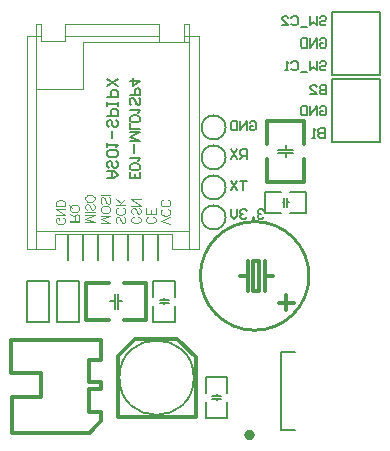
<source format=gbo>
G04*
G04 #@! TF.GenerationSoftware,Altium Limited,Altium Designer,22.2.1 (43)*
G04*
G04 Layer_Color=32896*
%FSTAX25Y25*%
%MOIN*%
G70*
G04*
G04 #@! TF.SameCoordinates,2F0A99F2-06B0-42B4-AD1F-80CD01153156*
G04*
G04*
G04 #@! TF.FilePolarity,Positive*
G04*
G01*
G75*
%ADD10C,0.00800*%
%ADD12C,0.01000*%
%ADD13C,0.00787*%
%ADD14C,0.00600*%
%ADD15C,0.00591*%
%ADD16C,0.01181*%
%ADD34C,0.01968*%
%ADD67C,0.00394*%
%ADD68R,0.00787X0.09055*%
%ADD69R,0.00689X0.09055*%
%ADD70R,0.00689X0.08957*%
D10*
X00715Y0102D02*
G03*
X00715Y0102I-0004J0D01*
G01*
Y0092D02*
G03*
X00715Y0092I-0004J0D01*
G01*
Y0082D02*
G03*
X00715Y0082I-0004J0D01*
G01*
Y0072D02*
G03*
X00715Y0072I-0004J0D01*
G01*
X00649Y0005307D02*
Y00105D01*
Y00135D02*
Y0018693D01*
X00721Y00135D02*
Y0018693D01*
Y0005307D02*
Y00105D01*
X00649Y0005307D02*
X00721D01*
X00649Y0018693D02*
X00721D01*
X00474Y0037301D02*
Y0042494D01*
Y0045494D02*
Y0050687D01*
X0054599Y0045494D02*
Y0050687D01*
Y0037301D02*
Y0042494D01*
X0047399Y0037301D02*
X0054599D01*
X0047399Y0050687D02*
X0054599D01*
X0093Y00734D02*
X0098193D01*
X0084807D02*
X009D01*
X0084807Y00806D02*
X009D01*
X0093D02*
X0098193D01*
Y00734D02*
Y00806D01*
X0084807Y00734D02*
Y00806D01*
X00154Y0037307D02*
X00226D01*
Y0050693D01*
X00154D02*
X00226D01*
X00154Y0037307D02*
Y0050693D01*
X00054D02*
X00126D01*
X00054Y0037307D02*
Y0050693D01*
Y0037307D02*
X00126D01*
Y0050693D01*
D12*
X009931Y0052509D02*
G03*
X009931Y0052509I-001811J0D01*
G01*
D13*
X0060902Y00186D02*
G03*
X0060902Y00186I-0012402J0D01*
G01*
X009Y0027D02*
X0094756D01*
X009Y0001D02*
Y0027D01*
Y0001D02*
X0094756D01*
X0107Y0097D02*
X0123D01*
Y0118D01*
X0107D02*
X0123D01*
X0107Y0097D02*
Y0118D01*
Y01195D02*
X0123D01*
Y01405D01*
X0107D02*
X0123D01*
X0107Y01195D02*
Y01405D01*
D14*
X00685Y0011D02*
Y00115D01*
Y00125D02*
Y0013D01*
X0067Y00125D02*
X007D01*
X0067Y00115D02*
X007D01*
X0051Y0042994D02*
Y0043494D01*
Y0044494D02*
Y0044994D01*
X00495Y0044494D02*
X00525D01*
X00495Y0043494D02*
X00525D01*
X00355Y0043994D02*
X0037D01*
X0033D02*
X00345D01*
Y0041494D02*
Y0046494D01*
X00355Y0041494D02*
Y0046494D01*
X0092Y0077D02*
X00925D01*
X00905D02*
X0091D01*
Y00755D02*
Y00785D01*
X0092Y00755D02*
Y00785D01*
X00915Y00945D02*
Y0096D01*
Y0092D02*
Y00935D01*
X0089D02*
X0094D01*
X0089Y00945D02*
X0094D01*
D15*
X0043042Y0087193D02*
Y0085D01*
X00395D01*
Y0087193D01*
X0041356Y0085D02*
Y0086349D01*
X0043042Y0088796D02*
X0042874Y0088289D01*
X0042368Y0087952D01*
X0041524Y0087783D01*
X0041018D01*
X0040175Y0087952D01*
X0039669Y0088289D01*
X00395Y0088796D01*
Y0089133D01*
X0039669Y0089639D01*
X0040175Y0089976D01*
X0041018Y0090145D01*
X0041524D01*
X0042368Y0089976D01*
X0042874Y0089639D01*
X0043042Y0089133D01*
Y0088796D01*
X0042368Y0090938D02*
X0042537Y0091275D01*
X0043042Y0091781D01*
X00395D01*
X0041018Y0093536D02*
Y0096572D01*
X0043042Y0097618D02*
X00395D01*
X0043042D02*
X00395Y0098968D01*
X0043042Y0100317D02*
X00395Y0098968D01*
X0043042Y0100317D02*
X00395D01*
X0043042Y010133D02*
X00395D01*
Y0103354D01*
X0043042Y0104754D02*
X0042874Y0104248D01*
X0042368Y0103911D01*
X0041524Y0103742D01*
X0041018D01*
X0040175Y0103911D01*
X0039669Y0104248D01*
X00395Y0104754D01*
Y0105091D01*
X0039669Y0105597D01*
X0040175Y0105935D01*
X0041018Y0106104D01*
X0041524D01*
X0042368Y0105935D01*
X0042874Y0105597D01*
X0043042Y0105091D01*
Y0104754D01*
X0042368Y0106896D02*
X0042537Y0107234D01*
X0043042Y010774D01*
X00395D01*
X0042537Y0111856D02*
X0042874Y0111519D01*
X0043042Y0111012D01*
Y0110338D01*
X0042874Y0109832D01*
X0042537Y0109494D01*
X0042199D01*
X0041862Y0109663D01*
X0041693Y0109832D01*
X0041524Y0110169D01*
X0041187Y0111181D01*
X0041018Y0111519D01*
X004085Y0111687D01*
X0040512Y0111856D01*
X0040006D01*
X0039669Y0111519D01*
X00395Y0111012D01*
Y0110338D01*
X0039669Y0109832D01*
X0040006Y0109494D01*
X0041187Y0112649D02*
Y0114167D01*
X0041356Y0114673D01*
X0041524Y0114842D01*
X0041862Y011501D01*
X0042368D01*
X0042705Y0114842D01*
X0042874Y0114673D01*
X0043042Y0114167D01*
Y0112649D01*
X00395D01*
X0043042Y011749D02*
X0040681Y0115803D01*
Y0118334D01*
X0043042Y011749D02*
X00395D01*
X0032Y0085D02*
X0034361D01*
X0035542Y0086181D01*
X0034361Y0087361D01*
X0032D01*
X0033771D01*
Y0085D01*
X0034952Y0090904D02*
X0035542Y0090313D01*
Y0089132D01*
X0034952Y0088542D01*
X0034361D01*
X0033771Y0089132D01*
Y0090313D01*
X0033181Y0090904D01*
X003259D01*
X0032Y0090313D01*
Y0089132D01*
X003259Y0088542D01*
X0034952Y0092084D02*
X0035542Y0092675D01*
Y0093855D01*
X0034952Y0094446D01*
X003259D01*
X0032Y0093855D01*
Y0092675D01*
X003259Y0092084D01*
X0034952D01*
X0032Y0095626D02*
Y0096807D01*
Y0096217D01*
X0035542D01*
X0034952Y0095626D01*
X0033771Y0098578D02*
Y010094D01*
X0034952Y0104482D02*
X0035542Y0103892D01*
Y0102711D01*
X0034952Y010212D01*
X0034361D01*
X0033771Y0102711D01*
Y0103892D01*
X0033181Y0104482D01*
X003259D01*
X0032Y0103892D01*
Y0102711D01*
X003259Y010212D01*
X0032Y0105663D02*
X0035542D01*
Y0107434D01*
X0034952Y0108024D01*
X0033771D01*
X0033181Y0107434D01*
Y0105663D01*
X0035542Y0109205D02*
Y0110386D01*
Y0109795D01*
X0032D01*
Y0109205D01*
Y0110386D01*
Y0112157D02*
X0035542D01*
Y0113928D01*
X0034952Y0114518D01*
X0033771D01*
X0033181Y0113928D01*
Y0112157D01*
X0035542Y0115699D02*
X0032Y011806D01*
X0035542D02*
X0032Y0115699D01*
X0102901Y0131124D02*
X0103426Y0131649D01*
X0104475D01*
X0105Y0131124D01*
Y0129025D01*
X0104475Y01285D01*
X0103426D01*
X0102901Y0129025D01*
Y0130074D01*
X0103951D01*
X0101851Y01285D02*
Y0131649D01*
X0099752Y01285D01*
Y0131649D01*
X0098703D02*
Y01285D01*
X0097128D01*
X0096604Y0129025D01*
Y0131124D01*
X0097128Y0131649D01*
X0098703D01*
X0102901Y0138624D02*
X0103426Y0139149D01*
X0104475D01*
X0105Y0138624D01*
Y0138099D01*
X0104475Y0137574D01*
X0103426D01*
X0102901Y0137049D01*
Y0136525D01*
X0103426Y0136D01*
X0104475D01*
X0105Y0136525D01*
X0101851Y0139149D02*
Y0136D01*
X0100802Y0137049D01*
X0099752Y0136D01*
Y0139149D01*
X0098703Y0135475D02*
X0096604D01*
X0093455Y0138624D02*
X009398Y0139149D01*
X0095029D01*
X0095554Y0138624D01*
Y0136525D01*
X0095029Y0136D01*
X009398D01*
X0093455Y0136525D01*
X0090307Y0136D02*
X0092406D01*
X0090307Y0138099D01*
Y0138624D01*
X0090831Y0139149D01*
X0091881D01*
X0092406Y0138624D01*
X0102901Y0123624D02*
X0103426Y0124149D01*
X0104475D01*
X0105Y0123624D01*
Y0123099D01*
X0104475Y0122574D01*
X0103426D01*
X0102901Y0122049D01*
Y0121525D01*
X0103426Y0121D01*
X0104475D01*
X0105Y0121525D01*
X0101851Y0124149D02*
Y0121D01*
X0100802Y0122049D01*
X0099752Y0121D01*
Y0124149D01*
X0098703Y0120475D02*
X0096604D01*
X0093455Y0123624D02*
X009398Y0124149D01*
X0095029D01*
X0095554Y0123624D01*
Y0121525D01*
X0095029Y0121D01*
X009398D01*
X0093455Y0121525D01*
X0092406Y0121D02*
X0091356D01*
X0091881D01*
Y0124149D01*
X0092406Y0123624D01*
X0102901Y0108624D02*
X0103426Y0109149D01*
X0104475D01*
X0105Y0108624D01*
Y0106525D01*
X0104475Y0106D01*
X0103426D01*
X0102901Y0106525D01*
Y0107574D01*
X0103951D01*
X0101851Y0106D02*
Y0109149D01*
X0099752Y0106D01*
Y0109149D01*
X0098703D02*
Y0106D01*
X0097128D01*
X0096604Y0106525D01*
Y0108624D01*
X0097128Y0109149D01*
X0098703D01*
X0105Y0116149D02*
Y0113D01*
X0103426D01*
X0102901Y0113525D01*
Y0114049D01*
X0103426Y0114574D01*
X0105D01*
X0103426D01*
X0102901Y0115099D01*
Y0115624D01*
X0103426Y0116149D01*
X0105D01*
X0099752Y0113D02*
X0101851D01*
X0099752Y0115099D01*
Y0115624D01*
X0100277Y0116149D01*
X0101327D01*
X0101851Y0115624D01*
X01045Y0101649D02*
Y00985D01*
X0102926D01*
X0102401Y0099025D01*
Y009955D01*
X0102926Y0100074D01*
X01045D01*
X0102926D01*
X0102401Y0100599D01*
Y0101124D01*
X0102926Y0101649D01*
X01045D01*
X0101351Y00985D02*
X0100302D01*
X0100827D01*
Y0101649D01*
X0101351Y0101124D01*
X0079549Y0103624D02*
X0080074Y0104149D01*
X0081124D01*
X0081649Y0103624D01*
Y0101525D01*
X0081124Y0101D01*
X0080074D01*
X0079549Y0101525D01*
Y0102574D01*
X0080599D01*
X00785Y0101D02*
Y0104149D01*
X0076401Y0101D01*
Y0104149D01*
X0075351D02*
Y0101D01*
X0073777D01*
X0073252Y0101525D01*
Y0103624D01*
X0073777Y0104149D01*
X0075351D01*
X00785Y0084149D02*
X0076401D01*
X0077451D01*
Y0081D01*
X0075351Y0084149D02*
X0073252Y0081D01*
Y0084149D02*
X0075351Y0081D01*
X00785Y00915D02*
Y0094649D01*
X0076926D01*
X0076401Y0094124D01*
Y0093074D01*
X0076926Y009255D01*
X00785D01*
X0077451D02*
X0076401Y00915D01*
X0075351Y0094649D02*
X0073252Y00915D01*
Y0094649D02*
X0075351Y00915D01*
X0084272Y0074124D02*
X0083748Y0074649D01*
X0082698D01*
X0082173Y0074124D01*
Y0073599D01*
X0082698Y0073074D01*
X0083223D01*
X0082698D01*
X0082173Y0072549D01*
Y0072025D01*
X0082698Y00715D01*
X0083748D01*
X0084272Y0072025D01*
X0081124Y00715D02*
Y0072025D01*
X0080599D01*
Y00715D01*
X0081124D01*
X00785Y0074124D02*
X0077975Y0074649D01*
X0076926D01*
X0076401Y0074124D01*
Y0073599D01*
X0076926Y0073074D01*
X0077451D01*
X0076926D01*
X0076401Y0072549D01*
Y0072025D01*
X0076926Y00715D01*
X0077975D01*
X00785Y0072025D01*
X0075351Y0074649D02*
Y0072549D01*
X0074302Y00715D01*
X0073252Y0072549D01*
Y0074649D01*
D16*
X00375Y0050295D02*
X0045039D01*
X002496D02*
X00325D01*
X002496Y0037694D02*
X00325D01*
X00375D02*
X0045039D01*
Y0050294D01*
X002496Y0037694D02*
Y0050294D01*
X00852Y00965D02*
Y0104039D01*
Y0083961D02*
Y00915D01*
X00978Y0083961D02*
Y00915D01*
Y00965D02*
Y0104039D01*
X00852D02*
X00978D01*
X00852Y0083961D02*
X00978D01*
X001Y002D02*
X0010087Y0019D01*
X0Y002D02*
X001D01*
X0D02*
Y0021D01*
Y0031D01*
X003D01*
Y0026921D02*
Y0031D01*
X0026134Y0007165D02*
X003D01*
X0026079Y000722D02*
X0026134Y0007165D01*
X0026079Y000722D02*
Y0014921D01*
X0026134Y0014866D01*
X0026055Y0017118D02*
X003D01*
X0026055D02*
Y0024465D01*
X002611Y002452D01*
X003D01*
Y0024567D02*
Y0026921D01*
X0010087Y0012D02*
Y0019D01*
X0000362Y0012D02*
X0010087D01*
X0000362Y000041D02*
Y0012D01*
Y000041D02*
X0000465Y0000307D01*
X003Y0014866D02*
Y0017118D01*
X0026134Y0014866D02*
X003D01*
Y000411D02*
Y0007165D01*
X0027709Y0001819D02*
X003Y000411D01*
X0000465Y0000307D02*
X0026197D01*
X0027709Y0001819D01*
X0061492Y0005608D02*
Y002549D01*
X005539Y0031592D02*
X0061492Y002549D01*
X0041216Y0031592D02*
X005539D01*
X0035508Y0005608D02*
Y0025883D01*
Y0005608D02*
X0061492D01*
X0035508Y0025883D02*
X0041216Y0031592D01*
X00917Y00411D02*
Y00461D01*
X00892Y00436D02*
X00942D01*
X0084491Y00526D02*
X00872D01*
X00762D02*
X0078503D01*
X00807Y00476D02*
X00827Y00476D01*
X0084491Y00476D02*
Y00576D01*
X00807D02*
X00827Y00576D01*
X0079002Y00576D02*
X0079002Y00476D01*
X00827Y00476D02*
Y00576D01*
X00807Y00476D02*
Y00576D01*
D34*
X0080287Y-00005D02*
G03*
X0080287Y-00005I-0000787J0D01*
G01*
D67*
X0062512Y0061576D02*
Y0132442D01*
X0005425Y00616D02*
Y0132442D01*
X0008378Y0114726D02*
X0024126D01*
X0008378Y0067482D02*
X0059374D01*
X0024126Y0114726D02*
Y0130474D01*
X0059374D01*
X0053693Y00616D02*
X0062512D01*
X0014493D02*
Y00666D01*
X0053693D01*
Y00616D02*
Y00666D01*
X0054256Y00616D02*
X0059374D01*
X0057504Y0136403D02*
X0059374D01*
X0057504Y0130498D02*
Y0136403D01*
X0049531Y0130498D02*
X0057504D01*
X0049433Y0130596D02*
X0049531Y0130498D01*
X0049433Y0130596D02*
Y0136305D01*
X0049335Y0136403D02*
X0049433Y0136305D01*
X0018134Y0136403D02*
X0049335D01*
X0008193Y00616D02*
Y0136403D01*
X0010063D01*
Y0130694D02*
Y0136403D01*
Y0130694D02*
X0017937D01*
X0018134Y0130891D01*
Y0136403D01*
X0057528Y0132442D02*
X0062512D01*
X0005425D02*
X0010039D01*
X0010063Y0132466D01*
X0059374Y00616D02*
Y0136403D01*
X0005425Y00616D02*
X0008193D01*
X0014493D01*
X0018134Y0132466D02*
X0049433D01*
X0017313Y0071975D02*
X0017613Y0071825D01*
X0017912Y0071525D01*
X0018062Y0071226D01*
Y0070626D01*
X0017912Y0070326D01*
X0017613Y0070026D01*
X0017313Y0069876D01*
X0016863Y0069726D01*
X0016113D01*
X0015663Y0069876D01*
X0015363Y0070026D01*
X0015063Y0070326D01*
X0014913Y0070626D01*
Y0071226D01*
X0015063Y0071525D01*
X0015363Y0071825D01*
X0015663Y0071975D01*
X0016113D01*
Y0071226D02*
Y0071975D01*
X0018062Y0072695D02*
X0014913D01*
X0018062D02*
X0014913Y0074794D01*
X0018062D02*
X0014913D01*
X0018062Y0075664D02*
X0014913D01*
X0018062D02*
Y0076714D01*
X0017912Y0077163D01*
X0017613Y0077463D01*
X0017313Y0077613D01*
X0016863Y0077763D01*
X0016113D01*
X0015663Y0077613D01*
X0015363Y0077463D01*
X0015063Y0077163D01*
X0014913Y0076714D01*
Y0075664D01*
X0022708Y0070316D02*
X0019559D01*
X0022708Y0070976D02*
X0019559D01*
X0022708D02*
Y0072326D01*
X0022558Y0072776D01*
X0022408Y0072926D01*
X0022108Y0073076D01*
X0021808D01*
X0021508Y0072926D01*
X0021358Y0072776D01*
X0021208Y0072326D01*
Y0070976D01*
Y0072026D02*
X0019559Y0073076D01*
X0022708Y007468D02*
X0022558Y007438D01*
X0022258Y007408D01*
X0021958Y007393D01*
X0021508Y007378D01*
X0020759D01*
X0020309Y007393D01*
X0020009Y007408D01*
X0019709Y007438D01*
X0019559Y007468D01*
Y007528D01*
X0019709Y007558D01*
X0020009Y007588D01*
X0020309Y007603D01*
X0020759Y007618D01*
X0021508D01*
X0021958Y007603D01*
X0022258Y007588D01*
X0022558Y007558D01*
X0022708Y007528D01*
Y007468D01*
X0020159Y007513D02*
X0019259Y007603D01*
X0027865Y0070395D02*
X0024716D01*
X0027865D02*
X0024716Y0071595D01*
X0027865Y0072795D02*
X0024716Y0071595D01*
X0027865Y0072795D02*
X0024716D01*
X0027865Y0073694D02*
X0024716D01*
X0027416Y0076453D02*
X0027716Y0076153D01*
X0027865Y0075704D01*
Y0075104D01*
X0027716Y0074654D01*
X0027416Y0074354D01*
X0027116D01*
X0026816Y0074504D01*
X0026666Y0074654D01*
X0026516Y0074954D01*
X0026216Y0075853D01*
X0026066Y0076153D01*
X0025916Y0076303D01*
X0025616Y0076453D01*
X0025166D01*
X0024867Y0076153D01*
X0024716Y0075704D01*
Y0075104D01*
X0024867Y0074654D01*
X0025166Y0074354D01*
X0027865Y0078058D02*
X0027716Y0077758D01*
X0027416Y0077458D01*
X0027116Y0077308D01*
X0026666Y0077158D01*
X0025916D01*
X0025466Y0077308D01*
X0025166Y0077458D01*
X0024867Y0077758D01*
X0024716Y0078058D01*
Y0078658D01*
X0024867Y0078957D01*
X0025166Y0079257D01*
X0025466Y0079407D01*
X0025916Y0079557D01*
X0026666D01*
X0027116Y0079407D01*
X0027416Y0079257D01*
X0027716Y0078957D01*
X0027865Y0078658D01*
Y0078058D01*
X0032984Y0070198D02*
X0029835D01*
X0032984D02*
X0029835Y0071398D01*
X0032984Y0072598D02*
X0029835Y0071398D01*
X0032984Y0072598D02*
X0029835D01*
X0032984Y0074397D02*
X0032834Y0074097D01*
X0032534Y0073797D01*
X0032234Y0073647D01*
X0031784Y0073497D01*
X0031034D01*
X0030584Y0073647D01*
X0030285Y0073797D01*
X0029985Y0074097D01*
X0029835Y0074397D01*
Y0074997D01*
X0029985Y0075297D01*
X0030285Y0075597D01*
X0030584Y0075747D01*
X0031034Y0075897D01*
X0031784D01*
X0032234Y0075747D01*
X0032534Y0075597D01*
X0032834Y0075297D01*
X0032984Y0074997D01*
Y0074397D01*
X0032534Y007873D02*
X0032834Y0078431D01*
X0032984Y0077981D01*
Y0077381D01*
X0032834Y0076931D01*
X0032534Y0076631D01*
X0032234D01*
X0031934Y0076781D01*
X0031784Y0076931D01*
X0031634Y0077231D01*
X0031334Y0078131D01*
X0031184Y0078431D01*
X0031034Y0078581D01*
X0030734Y007873D01*
X0030285D01*
X0029985Y0078431D01*
X0029835Y0077981D01*
Y0077381D01*
X0029985Y0076931D01*
X0030285Y0076631D01*
X0032984Y0079435D02*
X0029835D01*
X0037573Y0072219D02*
X0037873Y0071919D01*
X0038023Y0071469D01*
Y0070869D01*
X0037873Y007042D01*
X0037573Y007012D01*
X0037273D01*
X0036973Y007027D01*
X0036823Y007042D01*
X0036673Y0070719D01*
X0036373Y0071619D01*
X0036224Y0071919D01*
X0036074Y0072069D01*
X0035774Y0072219D01*
X0035324D01*
X0035024Y0071919D01*
X0034874Y0071469D01*
Y0070869D01*
X0035024Y007042D01*
X0035324Y007012D01*
X0037273Y0075173D02*
X0037573Y0075023D01*
X0037873Y0074723D01*
X0038023Y0074423D01*
Y0073823D01*
X0037873Y0073523D01*
X0037573Y0073224D01*
X0037273Y0073074D01*
X0036823Y0072924D01*
X0036074D01*
X0035624Y0073074D01*
X0035324Y0073224D01*
X0035024Y0073523D01*
X0034874Y0073823D01*
Y0074423D01*
X0035024Y0074723D01*
X0035324Y0075023D01*
X0035624Y0075173D01*
X0038023Y0076058D02*
X0034874D01*
X0038023Y0078157D02*
X0035924Y0076058D01*
X0036673Y0076807D02*
X0034874Y0078157D01*
X004247Y007229D02*
X004277Y007214D01*
X004307Y007184D01*
X004322Y007154D01*
Y0070941D01*
X004307Y0070641D01*
X004277Y0070341D01*
X004247Y0070191D01*
X004202Y0070041D01*
X004127D01*
X0040821Y0070191D01*
X0040521Y0070341D01*
X0040221Y0070641D01*
X0040071Y0070941D01*
Y007154D01*
X0040221Y007184D01*
X0040521Y007214D01*
X0040821Y007229D01*
X004277Y0075274D02*
X004307Y0074974D01*
X004322Y0074524D01*
Y0073925D01*
X004307Y0073475D01*
X004277Y0073175D01*
X004247D01*
X004217Y0073325D01*
X004202Y0073475D01*
X004187Y0073775D01*
X004157Y0074674D01*
X004142Y0074974D01*
X004127Y0075124D01*
X0040971Y0075274D01*
X0040521D01*
X0040221Y0074974D01*
X0040071Y0074524D01*
Y0073925D01*
X0040221Y0073475D01*
X0040521Y0073175D01*
X004322Y0075979D02*
X0040071D01*
X004322D02*
X0040071Y0078078D01*
X004322D02*
X0040071D01*
X0047391Y007229D02*
X0047691Y007214D01*
X0047991Y007184D01*
X0048141Y007154D01*
Y0070941D01*
X0047991Y0070641D01*
X0047691Y0070341D01*
X0047391Y0070191D01*
X0046942Y0070041D01*
X0046192D01*
X0045742Y0070191D01*
X0045442Y0070341D01*
X0045142Y0070641D01*
X0044992Y0070941D01*
Y007154D01*
X0045142Y007184D01*
X0045442Y007214D01*
X0045742Y007229D01*
X0048141Y0075124D02*
Y0073175D01*
X0044992D01*
Y0075124D01*
X0046642Y0073175D02*
Y0074375D01*
X0053102Y0069726D02*
X0049953Y0070926D01*
X0053102Y0072125D02*
X0049953Y0070926D01*
X0052352Y0074779D02*
X0052652Y0074629D01*
X0052952Y0074329D01*
X0053102Y0074029D01*
Y007343D01*
X0052952Y007313D01*
X0052652Y007283D01*
X0052352Y007268D01*
X0051902Y007253D01*
X0051152D01*
X0050703Y007268D01*
X0050403Y007283D01*
X0050103Y007313D01*
X0049953Y007343D01*
Y0074029D01*
X0050103Y0074329D01*
X0050403Y0074629D01*
X0050703Y0074779D01*
X0052352Y0077913D02*
X0052652Y0077763D01*
X0052952Y0077463D01*
X0053102Y0077163D01*
Y0076564D01*
X0052952Y0076264D01*
X0052652Y0075964D01*
X0052352Y0075814D01*
X0051902Y0075664D01*
X0051152D01*
X0050703Y0075814D01*
X0050403Y0075964D01*
X0050103Y0076264D01*
X0049953Y0076564D01*
Y0077163D01*
X0050103Y0077463D01*
X0050403Y0077763D01*
X0050703Y0077913D01*
D68*
X0048941Y0061796D02*
D03*
D69*
X004397Y0061757D02*
D03*
X0038951D02*
D03*
X002398Y0061796D02*
D03*
D70*
X0033931Y0061748D02*
D03*
X002901D02*
D03*
X0018971Y0061747D02*
D03*
M02*

</source>
